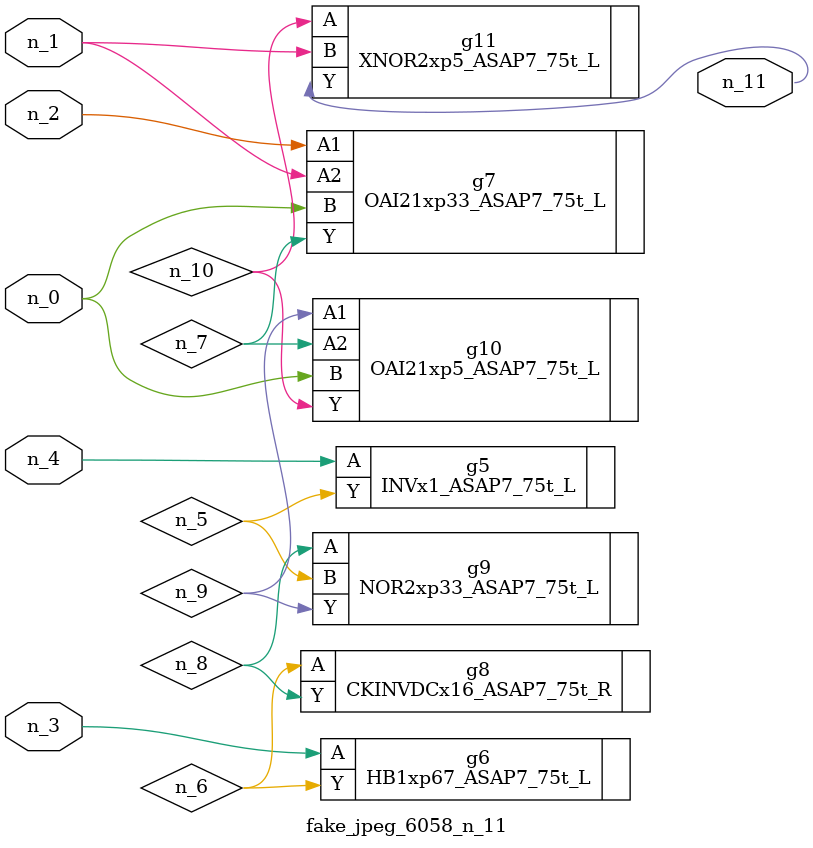
<source format=v>
module fake_jpeg_6058_n_11 (n_3, n_2, n_1, n_0, n_4, n_11);

input n_3;
input n_2;
input n_1;
input n_0;
input n_4;

output n_11;

wire n_10;
wire n_8;
wire n_9;
wire n_6;
wire n_5;
wire n_7;

INVx1_ASAP7_75t_L g5 ( 
.A(n_4),
.Y(n_5)
);

HB1xp67_ASAP7_75t_L g6 ( 
.A(n_3),
.Y(n_6)
);

OAI21xp33_ASAP7_75t_L g7 ( 
.A1(n_2),
.A2(n_1),
.B(n_0),
.Y(n_7)
);

CKINVDCx16_ASAP7_75t_R g8 ( 
.A(n_6),
.Y(n_8)
);

NOR2xp33_ASAP7_75t_L g9 ( 
.A(n_8),
.B(n_5),
.Y(n_9)
);

OAI21xp5_ASAP7_75t_L g10 ( 
.A1(n_9),
.A2(n_7),
.B(n_0),
.Y(n_10)
);

XNOR2xp5_ASAP7_75t_L g11 ( 
.A(n_10),
.B(n_1),
.Y(n_11)
);


endmodule
</source>
